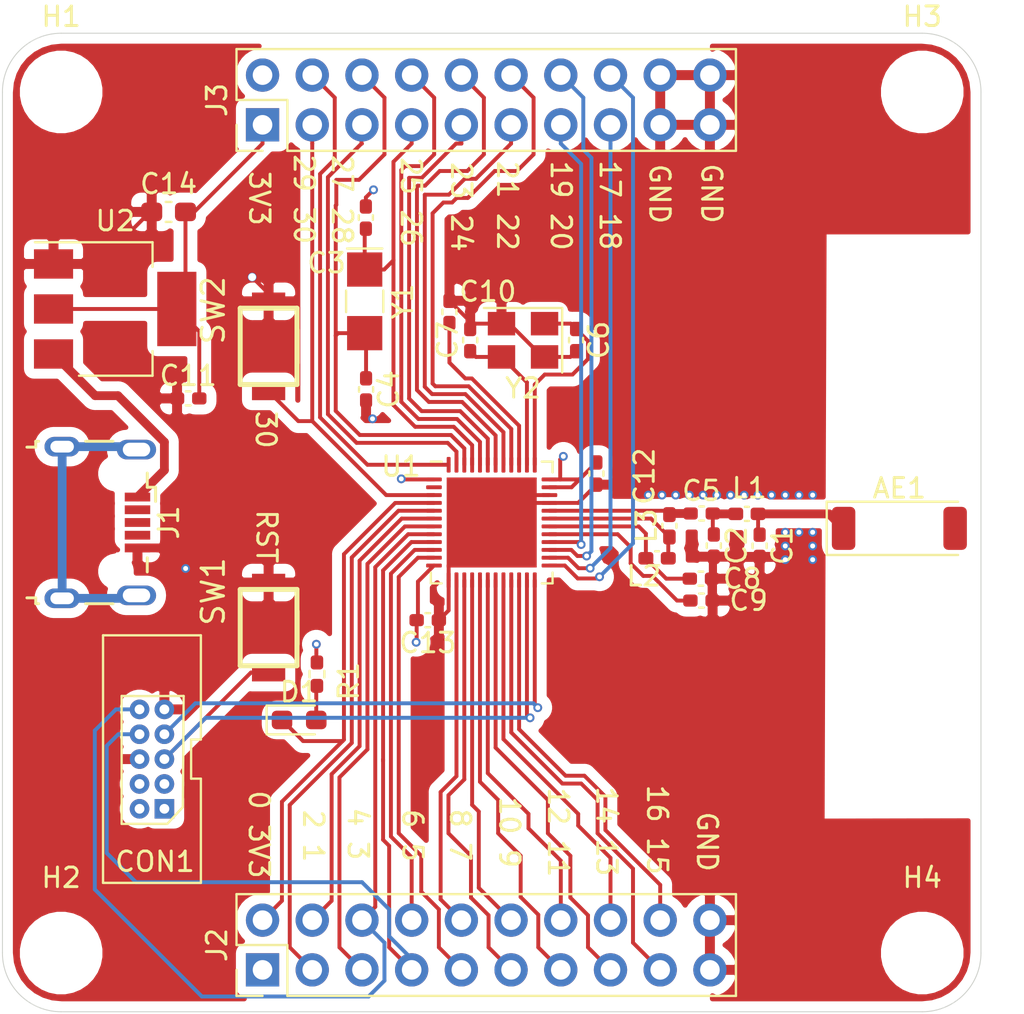
<source format=kicad_pcb>
(kicad_pcb (version 20171130) (host pcbnew "(5.1.10-1-10_14)")
  (layers (0 F.Cu signal) (1 GND signal) (2 PWR signal) (31 B.Cu signal) (34 B.Paste user) (35 F.Paste user) (36 B.SilkS user) (37 F.SilkS user) (38 B.Mask user) (39 F.Mask user) (44 Edge.Cuts user))
  (net 0 "")
  (net 1 GND)
  (net 2 "Net-(C2-Pad1)")
  (net 3 P0.26)
  (net 4 P0.27)
  (net 5 "Net-(C5-Pad2)")
  (net 6 "Net-(C6-Pad1)")
  (net 7 "Net-(C7-Pad1)")
  (net 8 VDD_PA)
  (net 9 "Net-(C9-Pad1)")
  (net 10 "Net-(C10-Pad1)")
  (net 11 +3V3)
  (net 12 "Net-(L2-Pad2)")
  (net 13 SWCLK)
  (net 14 SWDIO)
  (net 15 P0.5)
  (net 16 P0.4)
  (net 17 "Net-(AE1-Pad1)")
  (net 18 "Net-(J1-Pad1)")
  (net 19 "Net-(J1-Pad0)")
  (net 20 P0.1)
  (net 21 P0.16)
  (net 22 P0.15)
  (net 23 P0.14)
  (net 24 P0.13)
  (net 25 P0.12)
  (net 26 P0.11)
  (net 27 P0.10)
  (net 28 P0.9)
  (net 29 P0.8)
  (net 30 P0.7)
  (net 31 P0.6)
  (net 32 P0.3)
  (net 33 P0.2)
  (net 34 P0.0)
  (net 35 P0.29)
  (net 36 P0.28)
  (net 37 P0.25)
  (net 38 P0.24)
  (net 39 P0.23)
  (net 40 P0.22)
  (net 41 P0.21)
  (net 42 P0.20)
  (net 43 P0.19)
  (net 44 P0.18)
  (net 45 P0.17)
  (net 46 P0.30)
  (net 47 "Net-(D1-Pad2)")
  (module mybays_connector:turtlekey (layer F.Cu) (at 113.6 66 90)
    (fp_text reference SW2 (at 0 -2.830322 90) (layer F.SilkS) (effects (font (size 1.143 1.143) (thickness 0.1524)) (justify left)))
    (fp_text value SW_Push)
    (pad 1 smd rect (at -2.29997 0 90) (size 0.899998 1.699997) (layers F.Cu F.Paste F.Mask) (net 46 P0.30))
    (pad 2 smd rect (at 2.29997 0 90) (size 0.899998 1.699997) (layers F.Cu F.Paste F.Mask) (net 1 GND))
  )
  (module mybays_connector:turtlekey (layer F.Cu) (at 113.6 80.37 90)
    (fp_text reference SW1 (at 0 -2.830322 90) (layer F.SilkS) (effects (font (size 1.143 1.143) (thickness 0.1524)) (justify left)))
    (fp_text value SW_Push)
    (pad 1 smd rect (at -2.29997 0 90) (size 0.899998 1.699997) (layers F.Cu F.Paste F.Mask) (net 14 SWDIO))
    (pad 2 smd rect (at 2.29997 0 90) (size 0.899998 1.699997) (layers F.Cu F.Paste F.Mask) (net 1 GND))
  )
  (module MountingHole:MountingHole_3.2mm_M3_ISO7380 (layer F.Cu) (at 147 53)
    (fp_text reference H3 (at 0 -3.85) (layer F.SilkS))
    (fp_text value MountingHole)
    (pad 1 np_thru_hole circle (at 0 0) (size 3.2 3.2) (drill 3.2) (layers *.Cu *.Mask))
  )
  (module MountingHole:MountingHole_3.2mm_M3_ISO7380 (layer F.Cu) (at 147 97)
    (fp_text reference H4 (at 0 -3.85) (layer F.SilkS))
    (fp_text value MountingHole)
    (pad 1 np_thru_hole circle (at 0 0) (size 3.2 3.2) (drill 3.2) (layers *.Cu *.Mask))
  )
  (module MountingHole:MountingHole_3.2mm_M3_ISO7380 (layer F.Cu) (at 103 97)
    (fp_text reference H2 (at 0 -3.85) (layer F.SilkS))
    (fp_text value MountingHole)
    (pad 1 np_thru_hole circle (at 0 0) (size 3.2 3.2) (drill 3.2) (layers *.Cu *.Mask))
  )
  (module MountingHole:MountingHole_3.2mm_M3_ISO7380 (layer F.Cu) (at 103 53)
    (fp_text reference H1 (at 0 -3.85) (layer F.SilkS))
    (fp_text value MountingHole)
    (pad 1 np_thru_hole circle (at 0 0) (size 3.2 3.2) (drill 3.2) (layers *.Cu *.Mask))
  )
  (module Resistor_SMD:R_0402_1005Metric_Pad0.72x0.64mm_HandSolder (layer F.Cu) (at 116.07 82.75 90)
    (fp_text reference R1 (at -0.36 1.62 90) (layer F.SilkS))
    (fp_text value R_Small_US)
    (pad 2 smd roundrect (at 0.5975 0 90) (size 0.715 0.64) (layers F.Cu F.Paste F.Mask) (net 11 +3V3))
    (pad 1 smd roundrect (at -0.5975 0 90) (size 0.715 0.64) (layers F.Cu F.Paste F.Mask) (net 47 "Net-(D1-Pad2)"))
  )
  (module LED_SMD:LED_0603_1608Metric_Pad1.05x0.95mm_HandSolder (layer F.Cu) (at 115.16 85.09)
    (fp_text reference D1 (at 0 -1.43) (layer F.SilkS))
    (fp_text value LED)
    (pad 2 smd roundrect (at 0.875 0) (size 1.05 0.95) (layers F.Cu F.Paste F.Mask) (net 47 "Net-(D1-Pad2)"))
    (pad 1 smd roundrect (at -0.875 0) (size 1.05 0.95) (layers F.Cu F.Paste F.Mask) (net 34 P0.0))
  )
  (module Connector_PinHeader_2.54mm:PinHeader_2x10_P2.54mm_Vertical (layer F.Cu) (at 113.29 54.68 90)
    (fp_text reference J3 (at 1.27 -2.33 90) (layer F.SilkS))
    (fp_text value Conn_02x10_Odd_Even)
    (pad 20 thru_hole oval (at 2.54 22.86 90) (size 1.7 1.7) (drill 1) (layers *.Cu *.Mask) (net 1 GND))
    (pad 19 thru_hole oval (at 0 22.86 90) (size 1.7 1.7) (drill 1) (layers *.Cu *.Mask) (net 1 GND))
    (pad 18 thru_hole oval (at 2.54 20.32 90) (size 1.7 1.7) (drill 1) (layers *.Cu *.Mask) (net 1 GND))
    (pad 17 thru_hole oval (at 0 20.32 90) (size 1.7 1.7) (drill 1) (layers *.Cu *.Mask) (net 1 GND))
    (pad 16 thru_hole oval (at 2.54 17.78 90) (size 1.7 1.7) (drill 1) (layers *.Cu *.Mask) (net 45 P0.17))
    (pad 15 thru_hole oval (at 0 17.78 90) (size 1.7 1.7) (drill 1) (layers *.Cu *.Mask) (net 44 P0.18))
    (pad 14 thru_hole oval (at 2.54 15.24 90) (size 1.7 1.7) (drill 1) (layers *.Cu *.Mask) (net 43 P0.19))
    (pad 13 thru_hole oval (at 0 15.24 90) (size 1.7 1.7) (drill 1) (layers *.Cu *.Mask) (net 42 P0.20))
    (pad 12 thru_hole oval (at 2.54 12.7 90) (size 1.7 1.7) (drill 1) (layers *.Cu *.Mask) (net 41 P0.21))
    (pad 11 thru_hole oval (at 0 12.7 90) (size 1.7 1.7) (drill 1) (layers *.Cu *.Mask) (net 40 P0.22))
    (pad 10 thru_hole oval (at 2.54 10.16 90) (size 1.7 1.7) (drill 1) (layers *.Cu *.Mask) (net 39 P0.23))
    (pad 9 thru_hole oval (at 0 10.16 90) (size 1.7 1.7) (drill 1) (layers *.Cu *.Mask) (net 38 P0.24))
    (pad 8 thru_hole oval (at 2.54 7.62 90) (size 1.7 1.7) (drill 1) (layers *.Cu *.Mask) (net 37 P0.25))
    (pad 7 thru_hole oval (at 0 7.62 90) (size 1.7 1.7) (drill 1) (layers *.Cu *.Mask) (net 3 P0.26))
    (pad 6 thru_hole oval (at 2.54 5.08 90) (size 1.7 1.7) (drill 1) (layers *.Cu *.Mask) (net 4 P0.27))
    (pad 5 thru_hole oval (at 0 5.08 90) (size 1.7 1.7) (drill 1) (layers *.Cu *.Mask) (net 36 P0.28))
    (pad 4 thru_hole oval (at 2.54 2.54 90) (size 1.7 1.7) (drill 1) (layers *.Cu *.Mask) (net 35 P0.29))
    (pad 3 thru_hole oval (at 0 2.54 90) (size 1.7 1.7) (drill 1) (layers *.Cu *.Mask) (net 46 P0.30))
    (pad 2 thru_hole oval (at 2.54 0 90) (size 1.7 1.7) (drill 1) (layers *.Cu *.Mask) (net 11 +3V3))
    (pad 1 thru_hole rect (at 0 0 90) (size 1.7 1.7) (drill 1) (layers *.Cu *.Mask) (net 11 +3V3))
  )
  (module Connector_PinHeader_2.54mm:PinHeader_2x10_P2.54mm_Vertical (layer F.Cu) (at 113.29 97.86 90)
    (fp_text reference J2 (at 1.27 -2.33 90) (layer F.SilkS))
    (fp_text value Conn_02x10_Odd_Even)
    (pad 20 thru_hole oval (at 2.54 22.86 90) (size 1.7 1.7) (drill 1) (layers *.Cu *.Mask) (net 1 GND))
    (pad 19 thru_hole oval (at 0 22.86 90) (size 1.7 1.7) (drill 1) (layers *.Cu *.Mask) (net 1 GND))
    (pad 18 thru_hole oval (at 2.54 20.32 90) (size 1.7 1.7) (drill 1) (layers *.Cu *.Mask) (net 21 P0.16))
    (pad 17 thru_hole oval (at 0 20.32 90) (size 1.7 1.7) (drill 1) (layers *.Cu *.Mask) (net 22 P0.15))
    (pad 16 thru_hole oval (at 2.54 17.78 90) (size 1.7 1.7) (drill 1) (layers *.Cu *.Mask) (net 23 P0.14))
    (pad 15 thru_hole oval (at 0 17.78 90) (size 1.7 1.7) (drill 1) (layers *.Cu *.Mask) (net 24 P0.13))
    (pad 14 thru_hole oval (at 2.54 15.24 90) (size 1.7 1.7) (drill 1) (layers *.Cu *.Mask) (net 25 P0.12))
    (pad 13 thru_hole oval (at 0 15.24 90) (size 1.7 1.7) (drill 1) (layers *.Cu *.Mask) (net 26 P0.11))
    (pad 12 thru_hole oval (at 2.54 12.7 90) (size 1.7 1.7) (drill 1) (layers *.Cu *.Mask) (net 27 P0.10))
    (pad 11 thru_hole oval (at 0 12.7 90) (size 1.7 1.7) (drill 1) (layers *.Cu *.Mask) (net 28 P0.9))
    (pad 10 thru_hole oval (at 2.54 10.16 90) (size 1.7 1.7) (drill 1) (layers *.Cu *.Mask) (net 29 P0.8))
    (pad 9 thru_hole oval (at 0 10.16 90) (size 1.7 1.7) (drill 1) (layers *.Cu *.Mask) (net 30 P0.7))
    (pad 8 thru_hole oval (at 2.54 7.62 90) (size 1.7 1.7) (drill 1) (layers *.Cu *.Mask) (net 31 P0.6))
    (pad 7 thru_hole oval (at 0 7.62 90) (size 1.7 1.7) (drill 1) (layers *.Cu *.Mask) (net 15 P0.5))
    (pad 6 thru_hole oval (at 2.54 5.08 90) (size 1.7 1.7) (drill 1) (layers *.Cu *.Mask) (net 16 P0.4))
    (pad 5 thru_hole oval (at 0 5.08 90) (size 1.7 1.7) (drill 1) (layers *.Cu *.Mask) (net 32 P0.3))
    (pad 4 thru_hole oval (at 2.54 2.54 90) (size 1.7 1.7) (drill 1) (layers *.Cu *.Mask) (net 33 P0.2))
    (pad 3 thru_hole oval (at 0 2.54 90) (size 1.7 1.7) (drill 1) (layers *.Cu *.Mask) (net 20 P0.1))
    (pad 2 thru_hole oval (at 2.54 0 90) (size 1.7 1.7) (drill 1) (layers *.Cu *.Mask) (net 34 P0.0))
    (pad 1 thru_hole rect (at 0 0 90) (size 1.7 1.7) (drill 1) (layers *.Cu *.Mask) (net 11 +3V3))
  )
  (module Crystal:Crystal_SMD_3225-4Pin_3.2x2.5mm (layer F.Cu) (at 126.6 65.69 180)
    (fp_text reference Y2 (at 0 -2.45) (layer F.SilkS))
    (fp_text value 16MHz)
    (pad 4 smd rect (at -1.1 -0.85 180) (size 1.4 1.2) (layers F.Cu F.Paste F.Mask) (net 1 GND))
    (pad 3 smd rect (at 1.1 -0.85 180) (size 1.4 1.2) (layers F.Cu F.Paste F.Mask) (net 7 "Net-(C7-Pad1)"))
    (pad 2 smd rect (at 1.1 0.85 180) (size 1.4 1.2) (layers F.Cu F.Paste F.Mask) (net 1 GND))
    (pad 1 smd rect (at -1.1 0.85 180) (size 1.4 1.2) (layers F.Cu F.Paste F.Mask) (net 6 "Net-(C6-Pad1)"))
  )
  (module Crystal:Crystal_SMD_G8-2Pin_3.2x1.5mm_HandSoldering (layer F.Cu) (at 118.51 63.7 270)
    (fp_text reference Y1 (at 0 -1.95 90) (layer F.SilkS))
    (fp_text value 32.768)
    (pad 2 smd rect (at 1.625 0 270) (size 1.75 1.8) (layers F.Cu F.Paste F.Mask) (net 4 P0.27))
    (pad 1 smd rect (at -1.625 0 270) (size 1.75 1.8) (layers F.Cu F.Paste F.Mask) (net 3 P0.26))
  )
  (module mybays_connector:USB_Micro-B_Wuerth_629105150521_CircularHoles (layer F.Cu) (at 105 75 270)
    (fp_text reference J1 (at 0 -3.5 90) (layer F.SilkS))
    (fp_text value microusb)
    (pad "" np_thru_hole circle (at 2.5 -0.8 270) (size 0.8 0.8) (drill 0.8) (layers *.Cu *.Mask))
    (pad "" np_thru_hole circle (at -2.5 -0.8 270) (size 0.8 0.8) (drill 0.8) (layers *.Cu *.Mask))
    (pad 0 thru_hole oval (at 3.875 1.95 270) (size 1 1.8) (drill oval 0.6 1.2) (layers *.Cu *.Mask) (net 19 "Net-(J1-Pad0)"))
    (pad 0 thru_hole oval (at -3.875 1.95 270) (size 1 1.8) (drill oval 0.6 1.2) (layers *.Cu *.Mask) (net 19 "Net-(J1-Pad0)"))
    (pad 0 thru_hole oval (at 3.725 -1.85 270) (size 1 2) (drill oval 0.7 1.4) (layers *.Cu *.Mask) (net 19 "Net-(J1-Pad0)"))
    (pad 0 thru_hole oval (at -3.725 -1.85 270) (size 1 2) (drill oval 0.7 1.4) (layers *.Cu *.Mask) (net 19 "Net-(J1-Pad0)"))
    (pad 5 smd rect (at 1.3 -1.9 270) (size 0.45 1.3) (layers F.Cu F.Paste F.Mask) (net 1 GND))
    (pad 4 smd rect (at 0.65 -1.9 270) (size 0.45 1.3) (layers F.Cu F.Paste F.Mask))
    (pad 3 smd rect (at 0 -1.9 270) (size 0.45 1.3) (layers F.Cu F.Paste F.Mask))
    (pad 2 smd rect (at -0.65 -1.9 270) (size 0.45 1.3) (layers F.Cu F.Paste F.Mask))
    (pad 1 smd rect (at -1.3 -1.9 270) (size 0.45 1.3) (layers F.Cu F.Paste F.Mask) (net 18 "Net-(J1-Pad1)"))
  )
  (module Package_TO_SOT_SMD:SOT-223-3_TabPin2 (layer F.Cu) (at 105.76 64.09)
    (fp_text reference U2 (at 0 -4.5) (layer F.SilkS))
    (fp_text value LM1117-3.3)
    (pad 1 smd rect (at -3.15 -2.3) (size 2 1.5) (layers F.Cu F.Paste F.Mask) (net 1 GND))
    (pad 3 smd rect (at -3.15 2.3) (size 2 1.5) (layers F.Cu F.Paste F.Mask) (net 18 "Net-(J1-Pad1)"))
    (pad 2 smd rect (at -3.15 0) (size 2 1.5) (layers F.Cu F.Paste F.Mask) (net 11 +3V3))
    (pad 2 smd rect (at 3.15 0) (size 2 3.8) (layers F.Cu F.Paste F.Mask) (net 11 +3V3))
  )
  (module mybays_connector:debugger_2x05_P1.27mm_Vertical (layer F.Cu) (at 107.64 87.09 180)
    (fp_text reference CON1 (at -0.15 -5.24) (layer F.SilkS))
    (fp_text value CORTEX-DEBUGGER)
    (pad 9 thru_hole oval (at -0.635 2.54 180) (size 1 1) (drill 0.5) (layers *.Cu *.Mask) (net 1 GND))
    (pad 10 thru_hole oval (at 0.635 2.54 180) (size 1 1) (drill 0.5) (layers *.Cu *.Mask) (net 16 P0.4))
    (pad 7 thru_hole oval (at -0.635 1.27 180) (size 1 1) (drill 0.5) (layers *.Cu *.Mask) (net 13 SWCLK))
    (pad 8 thru_hole oval (at 0.635 1.27 180) (size 1 1) (drill 0.5) (layers *.Cu *.Mask) (net 15 P0.5))
    (pad 5 thru_hole oval (at -0.635 0 180) (size 1 1) (drill 0.5) (layers *.Cu *.Mask) (net 14 SWDIO))
    (pad 6 thru_hole oval (at 0.635 0 180) (size 1 1) (drill 0.5) (layers *.Cu *.Mask) (net 1 GND))
    (pad 3 thru_hole oval (at -0.635 -1.27 180) (size 1 1) (drill 0.5) (layers *.Cu *.Mask) (net 11 +3V3))
    (pad 4 thru_hole oval (at 0.635 -1.27 180) (size 1 1) (drill 0.5) (layers *.Cu *.Mask))
    (pad 2 thru_hole oval (at 0.635 -2.54 180) (size 1 1) (drill 0.5) (layers *.Cu *.Mask))
    (pad 1 thru_hole rect (at -0.635 -2.54 180) (size 1 1) (drill 0.5) (layers *.Cu *.Mask))
  )
  (module RF_Antenna:Johanson_2450AT43F0100 (layer F.Cu) (at 145.83 75.3)
    (fp_text reference AE1 (at 0 -2.05) (layer F.SilkS))
    (fp_text value Antenna)
    (pad 2 smd roundrect (at 2.85 0) (size 1.2 2.2) (layers F.Cu F.Paste F.Mask) (roundrect_rratio 0.2083325))
    (pad 1 smd roundrect (at -2.85 0) (size 1.2 2.2) (layers F.Cu F.Paste F.Mask) (roundrect_rratio 0.2083325) (net 17 "Net-(AE1-Pad1)"))
  )
  (module Inductor_SMD:L_0402_1005Metric_Pad0.77x0.64mm_HandSolder (layer F.Cu) (at 134.08 75.17 90)
    (fp_text reference L3 (at 0 -1.17 90) (layer F.SilkS))
    (fp_text value 4.7nH)
    (pad 2 smd roundrect (at 0.5725 0 90) (size 0.765 0.64) (layers F.Cu F.Paste F.Mask) (net 5 "Net-(C5-Pad2)"))
    (pad 1 smd roundrect (at -0.5725 0 90) (size 0.765 0.64) (layers F.Cu F.Paste F.Mask) (net 12 "Net-(L2-Pad2)"))
  )
  (module Inductor_SMD:L_0402_1005Metric_Pad0.77x0.64mm_HandSolder (layer F.Cu) (at 133.45 76.83)
    (fp_text reference L2 (at -0.68 0.91) (layer F.SilkS))
    (fp_text value 10nH)
    (pad 2 smd roundrect (at 0.5725 0) (size 0.765 0.64) (layers F.Cu F.Paste F.Mask) (net 12 "Net-(L2-Pad2)"))
    (pad 1 smd roundrect (at -0.5725 0) (size 0.765 0.64) (layers F.Cu F.Paste F.Mask) (net 8 VDD_PA))
  )
  (module Inductor_SMD:L_0402_1005Metric_Pad0.77x0.64mm_HandSolder (layer F.Cu) (at 138.04 74.56 180)
    (fp_text reference L1 (at -0.12 1.32) (layer F.SilkS))
    (fp_text value 3.3nH)
    (pad 2 smd roundrect (at 0.5725 0 180) (size 0.765 0.64) (layers F.Cu F.Paste F.Mask) (net 2 "Net-(C2-Pad1)"))
    (pad 1 smd roundrect (at -0.5725 0 180) (size 0.765 0.64) (layers F.Cu F.Paste F.Mask) (net 17 "Net-(AE1-Pad1)"))
  )
  (module Capacitor_SMD:C_0603_1608Metric_Pad1.08x0.95mm_HandSolder (layer F.Cu) (at 108.49 59.13)
    (fp_text reference C14 (at 0 -1.43) (layer F.SilkS))
    (fp_text value 1u)
    (pad 2 smd roundrect (at 0.8625 0) (size 1.075 0.95) (layers F.Cu F.Paste F.Mask) (net 11 +3V3))
    (pad 1 smd roundrect (at -0.8625 0) (size 1.075 0.95) (layers F.Cu F.Paste F.Mask) (net 1 GND))
  )
  (module Capacitor_SMD:C_0402_1005Metric_Pad0.74x0.62mm_HandSolder (layer F.Cu) (at 121.7325 79.99 180)
    (fp_text reference C13 (at 0 -1.16) (layer F.SilkS))
    (fp_text value 1n)
    (pad 2 smd roundrect (at 0.5675 0 180) (size 0.735 0.62) (layers F.Cu F.Paste F.Mask) (net 11 +3V3))
    (pad 1 smd roundrect (at -0.5675 0 180) (size 0.735 0.62) (layers F.Cu F.Paste F.Mask) (net 1 GND))
  )
  (module Capacitor_SMD:C_0402_1005Metric_Pad0.74x0.62mm_HandSolder (layer F.Cu) (at 130.35 72.5 90)
    (fp_text reference C12 (at -0.14 2.45 90) (layer F.SilkS))
    (fp_text value 100n)
    (pad 2 smd roundrect (at 0.5675 0 90) (size 0.735 0.62) (layers F.Cu F.Paste F.Mask) (net 11 +3V3))
    (pad 1 smd roundrect (at -0.5675 0 90) (size 0.735 0.62) (layers F.Cu F.Paste F.Mask) (net 1 GND))
  )
  (module Capacitor_SMD:C_0402_1005Metric_Pad0.74x0.62mm_HandSolder (layer F.Cu) (at 109.49 68.66)
    (fp_text reference C11 (at 0 -1.16) (layer F.SilkS))
    (fp_text value 100n)
    (pad 2 smd roundrect (at 0.5675 0) (size 0.735 0.62) (layers F.Cu F.Paste F.Mask) (net 11 +3V3))
    (pad 1 smd roundrect (at -0.5675 0) (size 0.735 0.62) (layers F.Cu F.Paste F.Mask) (net 1 GND))
  )
  (module Capacitor_SMD:C_0402_1005Metric_Pad0.74x0.62mm_HandSolder (layer F.Cu) (at 122.84 64.24 90)
    (fp_text reference C10 (at 1.04 1.96 180) (layer F.SilkS))
    (fp_text value 100n)
    (pad 2 smd roundrect (at 0.5675 0 90) (size 0.735 0.62) (layers F.Cu F.Paste F.Mask) (net 1 GND))
    (pad 1 smd roundrect (at -0.5675 0 90) (size 0.735 0.62) (layers F.Cu F.Paste F.Mask) (net 10 "Net-(C10-Pad1)"))
  )
  (module Capacitor_SMD:C_0402_1005Metric_Pad0.74x0.62mm_HandSolder (layer F.Cu) (at 135.72 78.99)
    (fp_text reference C9 (at 2.41 0) (layer F.SilkS))
    (fp_text value 47n)
    (pad 2 smd roundrect (at 0.5675 0) (size 0.735 0.62) (layers F.Cu F.Paste F.Mask) (net 1 GND))
    (pad 1 smd roundrect (at -0.5675 0) (size 0.735 0.62) (layers F.Cu F.Paste F.Mask) (net 9 "Net-(C9-Pad1)"))
  )
  (module Capacitor_SMD:C_0402_1005Metric_Pad0.74x0.62mm_HandSolder (layer F.Cu) (at 135.69 77.87)
    (fp_text reference C8 (at 2.11 0) (layer F.SilkS))
    (fp_text value 2.2n)
    (pad 2 smd roundrect (at 0.5675 0) (size 0.735 0.62) (layers F.Cu F.Paste F.Mask) (net 1 GND))
    (pad 1 smd roundrect (at -0.5675 0) (size 0.735 0.62) (layers F.Cu F.Paste F.Mask) (net 8 VDD_PA))
  )
  (module Capacitor_SMD:C_0402_1005Metric_Pad0.74x0.62mm_HandSolder (layer F.Cu) (at 123.9 65.68 90)
    (fp_text reference C7 (at 0 -1.16 90) (layer F.SilkS))
    (fp_text value 12p)
    (pad 2 smd roundrect (at 0.5675 0 90) (size 0.735 0.62) (layers F.Cu F.Paste F.Mask) (net 1 GND))
    (pad 1 smd roundrect (at -0.5675 0 90) (size 0.735 0.62) (layers F.Cu F.Paste F.Mask) (net 7 "Net-(C7-Pad1)"))
  )
  (module Capacitor_SMD:C_0402_1005Metric_Pad0.74x0.62mm_HandSolder (layer F.Cu) (at 129.31 65.68 270)
    (fp_text reference C6 (at 0 -1.16 90) (layer F.SilkS))
    (fp_text value 12p)
    (pad 2 smd roundrect (at 0.5675 0 270) (size 0.735 0.62) (layers F.Cu F.Paste F.Mask) (net 1 GND))
    (pad 1 smd roundrect (at -0.5675 0 270) (size 0.735 0.62) (layers F.Cu F.Paste F.Mask) (net 6 "Net-(C6-Pad1)"))
  )
  (module Capacitor_SMD:C_0402_1005Metric_Pad0.74x0.62mm_HandSolder (layer F.Cu) (at 135.73 74.54 180)
    (fp_text reference C5 (at 0.02 1.16) (layer F.SilkS))
    (fp_text value 2.2p)
    (pad 2 smd roundrect (at 0.5675 0 180) (size 0.735 0.62) (layers F.Cu F.Paste F.Mask) (net 5 "Net-(C5-Pad2)"))
    (pad 1 smd roundrect (at -0.5675 0 180) (size 0.735 0.62) (layers F.Cu F.Paste F.Mask) (net 2 "Net-(C2-Pad1)"))
  )
  (module Capacitor_SMD:C_0402_1005Metric_Pad0.74x0.62mm_HandSolder (layer F.Cu) (at 118.58 68.2 270)
    (fp_text reference C4 (at 0 -1.16 90) (layer F.SilkS))
    (fp_text value 12pf)
    (pad 2 smd roundrect (at 0.5675 0 270) (size 0.735 0.62) (layers F.Cu F.Paste F.Mask) (net 1 GND))
    (pad 1 smd roundrect (at -0.5675 0 270) (size 0.735 0.62) (layers F.Cu F.Paste F.Mask) (net 4 P0.27))
  )
  (module Capacitor_SMD:C_0402_1005Metric_Pad0.74x0.62mm_HandSolder (layer F.Cu) (at 118.57 59.42 90)
    (fp_text reference C3 (at -2.32 -2.01 180) (layer F.SilkS))
    (fp_text value 12pf)
    (pad 2 smd roundrect (at 0.5675 0 90) (size 0.735 0.62) (layers F.Cu F.Paste F.Mask) (net 1 GND))
    (pad 1 smd roundrect (at -0.5675 0 90) (size 0.735 0.62) (layers F.Cu F.Paste F.Mask) (net 3 P0.26))
  )
  (module Capacitor_SMD:C_0402_1005Metric_Pad0.74x0.62mm_HandSolder (layer F.Cu) (at 136.35 76.18 270)
    (fp_text reference C2 (at 0 -1.16 90) (layer F.SilkS))
    (fp_text value 1.0p)
    (pad 2 smd roundrect (at 0.5675 0 270) (size 0.735 0.62) (layers F.Cu F.Paste F.Mask) (net 1 GND))
    (pad 1 smd roundrect (at -0.5675 0 270) (size 0.735 0.62) (layers F.Cu F.Paste F.Mask) (net 2 "Net-(C2-Pad1)"))
  )
  (module Capacitor_SMD:C_0402_1005Metric_Pad0.74x0.62mm_HandSolder (layer F.Cu) (at 138.69 76.19 270)
    (fp_text reference C1 (at 0 -1.16 90) (layer F.SilkS))
    (fp_text value 1.5p)
    (pad 2 smd roundrect (at 0.5675 0 270) (size 0.735 0.62) (layers F.Cu F.Paste F.Mask) (net 1 GND))
    (pad 1 smd roundrect (at -0.5675 0 270) (size 0.735 0.62) (layers F.Cu F.Paste F.Mask) (net 17 "Net-(AE1-Pad1)"))
  )
  (module Package_DFN_QFN:QFN-48-1EP_6x6mm_P0.4mm_EP4.6x4.6mm (layer F.Cu) (at 125 75)
    (fp_text reference U1 (at -4.636 -2.864) (layer F.SilkS))
    (fp_text value nRF51x22-QFxx)
    (pad 49 smd rect (at 0 0) (size 4.6 4.6) (layers F.Cu F.Mask) (net 1 GND))
    (pad 48 smd roundrect (at -2.2 -2.95) (size 0.2 0.8) (layers F.Cu F.Paste F.Mask) (net 35 P0.29))
    (pad 47 smd roundrect (at -1.8 -2.95) (size 0.2 0.8) (layers F.Cu F.Paste F.Mask) (net 36 P0.28))
    (pad 46 smd roundrect (at -1.4 -2.95) (size 0.2 0.8) (layers F.Cu F.Paste F.Mask) (net 4 P0.27))
    (pad 45 smd roundrect (at -1 -2.95) (size 0.2 0.8) (layers F.Cu F.Paste F.Mask) (net 3 P0.26))
    (pad 44 smd roundrect (at -0.6 -2.95) (size 0.2 0.8) (layers F.Cu F.Paste F.Mask) (net 37 P0.25))
    (pad 43 smd roundrect (at -0.2 -2.95) (size 0.2 0.8) (layers F.Cu F.Paste F.Mask) (net 38 P0.24))
    (pad 42 smd roundrect (at 0.2 -2.95) (size 0.2 0.8) (layers F.Cu F.Paste F.Mask) (net 39 P0.23))
    (pad 41 smd roundrect (at 0.6 -2.95) (size 0.2 0.8) (layers F.Cu F.Paste F.Mask) (net 40 P0.22))
    (pad 40 smd roundrect (at 1 -2.95) (size 0.2 0.8) (layers F.Cu F.Paste F.Mask) (net 41 P0.21))
    (pad 39 smd roundrect (at 1.4 -2.95) (size 0.2 0.8) (layers F.Cu F.Paste F.Mask) (net 10 "Net-(C10-Pad1)"))
    (pad 38 smd roundrect (at 1.8 -2.95) (size 0.2 0.8) (layers F.Cu F.Paste F.Mask) (net 7 "Net-(C7-Pad1)"))
    (pad 37 smd roundrect (at 2.2 -2.95) (size 0.2 0.8) (layers F.Cu F.Paste F.Mask) (net 6 "Net-(C6-Pad1)"))
    (pad 36 smd roundrect (at 2.95 -2.2) (size 0.8 0.2) (layers F.Cu F.Paste F.Mask) (net 11 +3V3))
    (pad 35 smd roundrect (at 2.95 -1.8) (size 0.8 0.2) (layers F.Cu F.Paste F.Mask) (net 11 +3V3))
    (pad 34 smd roundrect (at 2.95 -1.4) (size 0.8 0.2) (layers F.Cu F.Paste F.Mask) (net 1 GND))
    (pad 33 smd roundrect (at 2.95 -1) (size 0.8 0.2) (layers F.Cu F.Paste F.Mask) (net 1 GND))
    (pad 32 smd roundrect (at 2.95 -0.6) (size 0.8 0.2) (layers F.Cu F.Paste F.Mask) (net 5 "Net-(C5-Pad2)"))
    (pad 31 smd roundrect (at 2.95 -0.2) (size 0.8 0.2) (layers F.Cu F.Paste F.Mask) (net 12 "Net-(L2-Pad2)"))
    (pad 30 smd roundrect (at 2.95 0.2) (size 0.8 0.2) (layers F.Cu F.Paste F.Mask) (net 8 VDD_PA))
    (pad 29 smd roundrect (at 2.95 0.6) (size 0.8 0.2) (layers F.Cu F.Paste F.Mask) (net 9 "Net-(C9-Pad1)"))
    (pad 28 smd roundrect (at 2.95 1) (size 0.8 0.2) (layers F.Cu F.Paste F.Mask) (net 42 P0.20))
    (pad 27 smd roundrect (at 2.95 1.4) (size 0.8 0.2) (layers F.Cu F.Paste F.Mask) (net 43 P0.19))
    (pad 26 smd roundrect (at 2.95 1.8) (size 0.8 0.2) (layers F.Cu F.Paste F.Mask) (net 44 P0.18))
    (pad 25 smd roundrect (at 2.95 2.2) (size 0.8 0.2) (layers F.Cu F.Paste F.Mask) (net 45 P0.17))
    (pad 24 smd roundrect (at 2.2 2.95) (size 0.2 0.8) (layers F.Cu F.Paste F.Mask) (net 13 SWCLK))
    (pad 23 smd roundrect (at 1.8 2.95) (size 0.2 0.8) (layers F.Cu F.Paste F.Mask) (net 14 SWDIO))
    (pad 22 smd roundrect (at 1.4 2.95) (size 0.2 0.8) (layers F.Cu F.Paste F.Mask) (net 21 P0.16))
    (pad 21 smd roundrect (at 1 2.95) (size 0.2 0.8) (layers F.Cu F.Paste F.Mask) (net 22 P0.15))
    (pad 20 smd roundrect (at 0.6 2.95) (size 0.2 0.8) (layers F.Cu F.Paste F.Mask) (net 23 P0.14))
    (pad 19 smd roundrect (at 0.2 2.95) (size 0.2 0.8) (layers F.Cu F.Paste F.Mask) (net 24 P0.13))
    (pad 18 smd roundrect (at -0.2 2.95) (size 0.2 0.8) (layers F.Cu F.Paste F.Mask) (net 25 P0.12))
    (pad 17 smd roundrect (at -0.6 2.95) (size 0.2 0.8) (layers F.Cu F.Paste F.Mask) (net 26 P0.11))
    (pad 16 smd roundrect (at -1 2.95) (size 0.2 0.8) (layers F.Cu F.Paste F.Mask) (net 27 P0.10))
    (pad 15 smd roundrect (at -1.4 2.95) (size 0.2 0.8) (layers F.Cu F.Paste F.Mask) (net 28 P0.9))
    (pad 14 smd roundrect (at -1.8 2.95) (size 0.2 0.8) (layers F.Cu F.Paste F.Mask) (net 29 P0.8))
    (pad 13 smd roundrect (at -2.2 2.95) (size 0.2 0.8) (layers F.Cu F.Paste F.Mask) (net 1 GND))
    (pad 12 smd roundrect (at -2.95 2.2) (size 0.8 0.2) (layers F.Cu F.Paste F.Mask) (net 11 +3V3))
    (pad 11 smd roundrect (at -2.95 1.8) (size 0.8 0.2) (layers F.Cu F.Paste F.Mask) (net 30 P0.7))
    (pad 10 smd roundrect (at -2.95 1.4) (size 0.8 0.2) (layers F.Cu F.Paste F.Mask) (net 31 P0.6))
    (pad 9 smd roundrect (at -2.95 1) (size 0.8 0.2) (layers F.Cu F.Paste F.Mask) (net 15 P0.5))
    (pad 8 smd roundrect (at -2.95 0.6) (size 0.8 0.2) (layers F.Cu F.Paste F.Mask) (net 16 P0.4))
    (pad 7 smd roundrect (at -2.95 0.2) (size 0.8 0.2) (layers F.Cu F.Paste F.Mask) (net 32 P0.3))
    (pad 6 smd roundrect (at -2.95 -0.2) (size 0.8 0.2) (layers F.Cu F.Paste F.Mask) (net 33 P0.2))
    (pad 5 smd roundrect (at -2.95 -0.6) (size 0.8 0.2) (layers F.Cu F.Paste F.Mask) (net 20 P0.1))
    (pad 4 smd roundrect (at -2.95 -1) (size 0.8 0.2) (layers F.Cu F.Paste F.Mask) (net 34 P0.0))
    (pad 3 smd roundrect (at -2.95 -1.4) (size 0.8 0.2) (layers F.Cu F.Paste F.Mask) (net 46 P0.30))
    (pad 2 smd roundrect (at -2.95 -1.8) (size 0.8 0.2) (layers F.Cu F.Paste F.Mask))
    (pad 1 smd roundrect (at -2.95 -2.2) (size 0.8 0.2) (layers F.Cu F.Paste F.Mask) (net 11 +3V3))
  )
  (gr_text RST (at 113.5 75.71 270) (layer F.SilkS) (effects (font (size 1 1))))
  (gr_text 30 (at 113.46 70.26 270) (layer F.SilkS) (effects (font (size 1 1))))
  (gr_text "0 3V3" (at 113.11 90.94 270) (layer F.SilkS) (effects (font (size 1 1))))
  (gr_text "2 1" (at 115.89 91.02 270) (layer F.SilkS) (effects (font (size 1 1))))
  (gr_text "4 3" (at 118.17 90.91 270) (layer F.SilkS) (effects (font (size 1 1))))
  (gr_text "6 5" (at 120.96 90.99 270) (layer F.SilkS) (effects (font (size 1 1))))
  (gr_text "8 7" (at 123.39 90.97 270) (layer F.SilkS) (effects (font (size 1 1))))
  (gr_text "10 9" (at 125.91 90.83 270) (layer F.SilkS) (effects (font (size 1 1))))
  (gr_text "12 11" (at 128.4 90.83 270) (layer F.SilkS) (effects (font (size 1 1))))
  (gr_text "14 13" (at 130.87 90.78 270) (layer F.SilkS) (effects (font (size 1 1))))
  (gr_text "16 15" (at 133.46 90.7 270) (layer F.SilkS) (effects (font (size 1 1))))
  (gr_text GND (at 136.01 91.31 270) (layer F.SilkS) (effects (font (size 1 1))))
  (gr_text 3V3 (at 113.13 58.44 270) (layer F.SilkS) (effects (font (size 1 1))))
  (gr_text "29 30" (at 115.41 58.48 270) (layer F.SilkS) (effects (font (size 1 1))))
  (gr_text "27 28" (at 117.36 58.51 270) (layer F.SilkS) (effects (font (size 1 1))))
  (gr_text "25 26" (at 120.88 58.63 270) (layer F.SilkS) (effects (font (size 1 1))))
  (gr_text "23 24" (at 123.45 58.87 270) (layer F.SilkS) (effects (font (size 1 1))))
  (gr_text "21 22" (at 125.8 58.81 270) (layer F.SilkS) (effects (font (size 1 1))))
  (gr_text "19 20" (at 128.54 58.81 270) (layer F.SilkS) (effects (font (size 1 1))))
  (gr_text "17 18" (at 131.04 58.79 270) (layer F.SilkS) (effects (font (size 1 1))))
  (gr_text GND (at 133.58 58.21 270) (layer F.SilkS) (effects (font (size 1 1))))
  (gr_text GND (at 136.23 58.19 270) (layer F.SilkS) (effects (font (size 1 1))))
  (gr_arc (start 103 97) (end 100 97) (angle -90) (layer Edge.Cuts) (width 0.05))
  (gr_arc (start 147 97) (end 147 100) (angle -90) (layer Edge.Cuts) (width 0.05))
  (gr_arc (start 147 53) (end 150 53) (angle -90) (layer Edge.Cuts) (width 0.05))
  (gr_arc (start 103 53) (end 103 50) (angle -90) (layer Edge.Cuts) (width 0.05))
  (gr_line (start 100 97) (end 100 53) (layer Edge.Cuts) (width 0.05))
  (gr_line (start 147 100) (end 103 100) (layer Edge.Cuts) (width 0.05))
  (gr_line (start 150 53) (end 150 97) (layer Edge.Cuts) (width 0.05))
  (gr_line (start 103 50) (end 147 50) (layer Edge.Cuts) (width 0.05))
  (segment (start 122.8 77.2) (end 125 75) (width 0.2) (layer F.Cu) (net 1))
  (segment (start 122.8 77.95) (end 122.8 77.2) (width 0.2) (layer F.Cu) (net 1))
  (segment (start 124.1725 64.84) (end 123.9 65.1125) (width 0.2) (layer F.Cu) (net 1))
  (segment (start 125.5 64.84) (end 124.1725 64.84) (width 0.2) (layer F.Cu) (net 1))
  (segment (start 123.9 64.7325) (end 122.84 63.6725) (width 0.2) (layer F.Cu) (net 1))
  (segment (start 123.9 65.1125) (end 123.9 64.7325) (width 0.2) (layer F.Cu) (net 1))
  (segment (start 129.0175 66.54) (end 129.31 66.2475) (width 0.2) (layer F.Cu) (net 1))
  (segment (start 127.7 66.54) (end 129.0175 66.54) (width 0.2) (layer F.Cu) (net 1))
  (segment (start 136.35 77.7775) (end 136.2575 77.87) (width 0.2) (layer F.Cu) (net 1))
  (segment (start 136.35 76.7475) (end 136.35 77.7775) (width 0.2) (layer F.Cu) (net 1))
  (segment (start 138.68 76.7475) (end 138.69 76.7575) (width 0.2) (layer F.Cu) (net 1))
  (segment (start 136.35 76.7475) (end 138.68 76.7475) (width 0.2) (layer F.Cu) (net 1))
  (segment (start 136.2875 77.9) (end 136.2575 77.87) (width 0.2) (layer F.Cu) (net 1))
  (segment (start 136.2875 78.99) (end 136.2875 77.9) (width 0.2) (layer F.Cu) (net 1))
  (segment (start 125.9 64.84) (end 125.5 64.84) (width 0.2) (layer F.Cu) (net 1))
  (segment (start 127.6 66.54) (end 125.9 64.84) (width 0.2) (layer F.Cu) (net 1))
  (segment (start 127.7 66.54) (end 127.6 66.54) (width 0.2) (layer F.Cu) (net 1))
  (segment (start 126 74) (end 125 75) (width 0.2) (layer F.Cu) (net 1))
  (segment (start 127.95 74) (end 126 74) (width 0.2) (layer F.Cu) (net 1))
  (segment (start 126.4 73.6) (end 125 75) (width 0.2) (layer F.Cu) (net 1))
  (segment (start 127.95 73.6) (end 126.4 73.6) (width 0.2) (layer F.Cu) (net 1))
  (segment (start 129.4175 74) (end 130.35 73.0675) (width 0.2) (layer F.Cu) (net 1))
  (segment (start 127.95 74) (end 129.4175 74) (width 0.2) (layer F.Cu) (net 1))
  (segment (start 122.8 79.49) (end 122.3 79.99) (width 0.2) (layer F.Cu) (net 1))
  (segment (start 122.8 77.95) (end 122.8 79.49) (width 0.2) (layer F.Cu) (net 1))
  (segment (start 107.6275 59.13) (end 107.6275 59.0475) (width 0.2) (layer F.Cu) (net 1))
  (segment (start 104.885 61.79) (end 102.61 61.79) (width 0.2) (layer F.Cu) (net 1))
  (segment (start 107.6275 59.0475) (end 104.885 61.79) (width 0.2) (layer F.Cu) (net 1))
  (via (at 118.91 69.7) (size 0.45) (drill 0.25) (layers F.Cu B.Cu) (net 1))
  (segment (start 118.58 69.37) (end 118.91 69.7) (width 0.2) (layer F.Cu) (net 1))
  (segment (start 118.58 68.7675) (end 118.58 69.37) (width 0.2) (layer F.Cu) (net 1))
  (via (at 118.96 58) (size 0.45) (drill 0.25) (layers F.Cu B.Cu) (net 1))
  (segment (start 118.57 58.39) (end 118.96 58) (width 0.2) (layer F.Cu) (net 1))
  (segment (start 118.57 58.8525) (end 118.57 58.39) (width 0.2) (layer F.Cu) (net 1))
  (via (at 109.36 77.35) (size 0.45) (drill 0.25) (layers F.Cu B.Cu) (net 1))
  (segment (start 108.31 76.3) (end 109.36 77.35) (width 0.45) (layer F.Cu) (net 1))
  (segment (start 106.9 76.3) (end 108.31 76.3) (width 0.45) (layer F.Cu) (net 1))
  (via (at 141.4 73.6) (size 0.45) (drill 0.25) (layers F.Cu B.Cu) (net 1))
  (via (at 140.7 73.6) (size 0.45) (drill 0.25) (layers F.Cu B.Cu) (net 1))
  (via (at 140 73.6) (size 0.45) (drill 0.25) (layers F.Cu B.Cu) (net 1))
  (via (at 139.3 73.6) (size 0.45) (drill 0.25) (layers F.Cu B.Cu) (net 1))
  (via (at 138.6 73.6) (size 0.45) (drill 0.25) (layers F.Cu B.Cu) (net 1))
  (via (at 137.9 73.6) (size 0.45) (drill 0.25) (layers F.Cu B.Cu) (net 1))
  (via (at 137.2 73.6) (size 0.45) (drill 0.25) (layers F.Cu B.Cu) (net 1))
  (via (at 136.5 73.6) (size 0.45) (drill 0.25) (layers F.Cu B.Cu) (net 1))
  (via (at 135.8 73.6) (size 0.45) (drill 0.25) (layers F.Cu B.Cu) (net 1))
  (via (at 135.1 73.6) (size 0.45) (drill 0.25) (layers F.Cu B.Cu) (net 1))
  (via (at 134.4 73.6) (size 0.45) (drill 0.25) (layers F.Cu B.Cu) (net 1))
  (via (at 133.7 73.6) (size 0.45) (drill 0.25) (layers F.Cu B.Cu) (net 1))
  (via (at 133 73.6) (size 0.45) (drill 0.25) (layers F.Cu B.Cu) (net 1))
  (via (at 141.4 75.5) (size 0.45) (drill 0.25) (layers F.Cu B.Cu) (net 1))
  (via (at 140.7 75.5) (size 0.45) (drill 0.25) (layers F.Cu B.Cu) (net 1))
  (via (at 140 75.5) (size 0.45) (drill 0.25) (layers F.Cu B.Cu) (net 1))
  (via (at 140 76.2) (size 0.45) (drill 0.25) (layers F.Cu B.Cu) (net 1))
  (via (at 140 76.9) (size 0.45) (drill 0.25) (layers F.Cu B.Cu) (net 1))
  (via (at 141.4 76.2) (size 0.45) (drill 0.25) (layers F.Cu B.Cu) (net 1))
  (via (at 141.4 76.9) (size 0.45) (drill 0.25) (layers F.Cu B.Cu) (net 1))
  (segment (start 110.08003 78.07003) (end 109.36 77.35) (width 0.2) (layer F.Cu) (net 1))
  (segment (start 113.6 78.07003) (end 110.08003 78.07003) (width 0.2) (layer F.Cu) (net 1))
  (via (at 112.76 62.46) (size 0.45) (drill 0.4) (layers F.Cu B.Cu) (net 1))
  (segment (start 113.6 63.3) (end 112.76 62.46) (width 0.2) (layer F.Cu) (net 1))
  (segment (start 113.6 63.70003) (end 113.6 63.3) (width 0.2) (layer F.Cu) (net 1))
  (segment (start 136.2975 75.56) (end 136.35 75.6125) (width 0.2) (layer F.Cu) (net 2))
  (segment (start 136.2975 74.54) (end 136.2975 75.56) (width 0.2) (layer F.Cu) (net 2))
  (segment (start 136.3175 74.56) (end 136.2975 74.54) (width 0.45) (layer F.Cu) (net 2))
  (segment (start 137.4675 74.56) (end 136.3175 74.56) (width 0.45) (layer F.Cu) (net 2))
  (segment (start 124 71.048604) (end 123.061396 70.11) (width 0.2) (layer F.Cu) (net 3))
  (segment (start 124 72.05) (end 124 71.048604) (width 0.2) (layer F.Cu) (net 3))
  (segment (start 123.061396 70.11) (end 121.09 70.11) (width 0.2) (layer F.Cu) (net 3))
  (segment (start 121.09 70.11) (end 119.98 69) (width 0.2) (layer F.Cu) (net 3))
  (segment (start 119.98 56.57) (end 120.91 55.64) (width 0.2) (layer F.Cu) (net 3))
  (segment (start 118.51 60.0475) (end 118.57 59.9875) (width 0.2) (layer F.Cu) (net 3))
  (segment (start 118.51 62.075) (end 118.51 60.0475) (width 0.2) (layer F.Cu) (net 3))
  (segment (start 118.51 62.075) (end 119.505 62.075) (width 0.2) (layer F.Cu) (net 3))
  (segment (start 119.505 62.075) (end 119.98 61.6) (width 0.2) (layer F.Cu) (net 3))
  (segment (start 119.98 61.6) (end 119.98 56.57) (width 0.2) (layer F.Cu) (net 3))
  (segment (start 119.98 69) (end 119.98 61.6) (width 0.2) (layer F.Cu) (net 3))
  (segment (start 120.91 55.64) (end 120.91 54.68) (width 0.2) (layer F.Cu) (net 3))
  (segment (start 122.915698 70.53) (end 118.261396 70.53) (width 0.2) (layer F.Cu) (net 4))
  (segment (start 123.6 71.214302) (end 122.915698 70.53) (width 0.2) (layer F.Cu) (net 4))
  (segment (start 123.6 72.05) (end 123.6 71.214302) (width 0.2) (layer F.Cu) (net 4))
  (segment (start 118.261396 70.53) (end 117.03003 69.298634) (width 0.2) (layer F.Cu) (net 4))
  (segment (start 117.06 58.77) (end 117.06 57.491396) (width 0.2) (layer F.Cu) (net 4))
  (segment (start 117.03003 58.79997) (end 117.06 58.77) (width 0.2) (layer F.Cu) (net 4))
  (segment (start 118.220606 57.491396) (end 119.520001 56.192001) (width 0.2) (layer F.Cu) (net 4))
  (segment (start 117.06 57.491396) (end 118.220606 57.491396) (width 0.2) (layer F.Cu) (net 4))
  (segment (start 118.51 65.325) (end 117.15506 65.325) (width 0.2) (layer F.Cu) (net 4))
  (segment (start 117.03003 65.45003) (end 117.03003 58.79997) (width 0.2) (layer F.Cu) (net 4))
  (segment (start 117.15506 65.325) (end 117.03003 65.45003) (width 0.2) (layer F.Cu) (net 4))
  (segment (start 117.03003 69.298634) (end 117.03003 65.45003) (width 0.2) (layer F.Cu) (net 4))
  (segment (start 118.58 65.395) (end 118.51 65.325) (width 0.2) (layer F.Cu) (net 4))
  (segment (start 118.58 67.6325) (end 118.58 65.395) (width 0.2) (layer F.Cu) (net 4))
  (segment (start 119.520001 53.290001) (end 118.37 52.14) (width 0.2) (layer F.Cu) (net 4))
  (segment (start 119.520001 56.192001) (end 119.520001 53.290001) (width 0.2) (layer F.Cu) (net 4))
  (segment (start 133.8825 74.4) (end 134.08 74.5975) (width 0.2) (layer F.Cu) (net 5))
  (segment (start 127.95 74.4) (end 133.8825 74.4) (width 0.2) (layer F.Cu) (net 5))
  (segment (start 134.1375 74.54) (end 134.08 74.5975) (width 0.45) (layer F.Cu) (net 5))
  (segment (start 135.1625 74.54) (end 134.1375 74.54) (width 0.45) (layer F.Cu) (net 5))
  (segment (start 129.0375 64.84) (end 129.31 65.1125) (width 0.2) (layer F.Cu) (net 6))
  (segment (start 127.7 64.84) (end 129.0375 64.84) (width 0.2) (layer F.Cu) (net 6))
  (segment (start 127.2 72.05) (end 127.2 67.95) (width 0.2) (layer F.Cu) (net 6))
  (segment (start 129.92001 66.648474) (end 129.92001 65.72251) (width 0.2) (layer F.Cu) (net 6))
  (segment (start 129.92001 65.72251) (end 129.31 65.1125) (width 0.2) (layer F.Cu) (net 6))
  (segment (start 129.128483 67.440001) (end 129.92001 66.648474) (width 0.2) (layer F.Cu) (net 6))
  (segment (start 127.709999 67.440001) (end 129.128483 67.440001) (width 0.2) (layer F.Cu) (net 6))
  (segment (start 127.2 67.95) (end 127.709999 67.440001) (width 0.2) (layer F.Cu) (net 6))
  (segment (start 126.8 67.84) (end 125.5 66.54) (width 0.2) (layer F.Cu) (net 7))
  (segment (start 126.8 72.05) (end 126.8 67.84) (width 0.2) (layer F.Cu) (net 7))
  (segment (start 124.1925 66.54) (end 123.9 66.2475) (width 0.2) (layer F.Cu) (net 7))
  (segment (start 125.5 66.54) (end 124.1925 66.54) (width 0.2) (layer F.Cu) (net 7))
  (segment (start 133.9175 77.87) (end 132.8775 76.83) (width 0.2) (layer F.Cu) (net 8))
  (segment (start 135.1225 77.87) (end 133.9175 77.87) (width 0.2) (layer F.Cu) (net 8))
  (segment (start 127.95 75.2) (end 132.51 75.2) (width 0.2) (layer F.Cu) (net 8))
  (segment (start 132.8775 75.5675) (end 132.8775 76.83) (width 0.2) (layer F.Cu) (net 8))
  (segment (start 132.51 75.2) (end 132.8775 75.5675) (width 0.2) (layer F.Cu) (net 8))
  (segment (start 134.471802 78.99) (end 135.1525 78.99) (width 0.2) (layer F.Cu) (net 9))
  (segment (start 133.211802 77.73) (end 134.471802 78.99) (width 0.2) (layer F.Cu) (net 9))
  (segment (start 132.744446 77.73) (end 133.211802 77.73) (width 0.2) (layer F.Cu) (net 9))
  (segment (start 132.1 77.085554) (end 132.744446 77.73) (width 0.2) (layer F.Cu) (net 9))
  (segment (start 131.44 75.6) (end 132.1 76.26) (width 0.2) (layer F.Cu) (net 9))
  (segment (start 132.1 76.26) (end 132.1 77.085554) (width 0.2) (layer F.Cu) (net 9))
  (segment (start 127.95 75.6) (end 131.44 75.6) (width 0.2) (layer F.Cu) (net 9))
  (segment (start 126.4 72.05) (end 126.4 70.054413) (width 0.2) (layer F.Cu) (net 10))
  (segment (start 126.4 70.054413) (end 123.985559 67.63997) (width 0.2) (layer F.Cu) (net 10))
  (segment (start 123.985559 67.63997) (end 123.64997 67.63997) (width 0.2) (layer F.Cu) (net 10))
  (segment (start 122.84 66.83) (end 122.84 64.8075) (width 0.2) (layer F.Cu) (net 10))
  (segment (start 123.64997 67.63997) (end 122.84 66.83) (width 0.2) (layer F.Cu) (net 10))
  (segment (start 129.0825 73.2) (end 129.56625 72.71625) (width 0.2) (layer F.Cu) (net 11))
  (segment (start 127.95 73.2) (end 129.0825 73.2) (width 0.2) (layer F.Cu) (net 11))
  (segment (start 129.56625 72.71625) (end 130.35 71.9325) (width 0.2) (layer F.Cu) (net 11))
  (segment (start 129.4825 72.8) (end 129.56625 72.71625) (width 0.2) (layer F.Cu) (net 11))
  (segment (start 122.05 77.2) (end 121.23 78.02) (width 0.2) (layer F.Cu) (net 11))
  (segment (start 121.23 79.925) (end 121.165 79.99) (width 0.2) (layer F.Cu) (net 11))
  (segment (start 121.23 78.02) (end 121.23 79.925) (width 0.2) (layer F.Cu) (net 11))
  (segment (start 109.3525 63.6475) (end 108.91 64.09) (width 0.2) (layer F.Cu) (net 11))
  (segment (start 109.3525 59.13) (end 109.3525 63.6475) (width 0.2) (layer F.Cu) (net 11))
  (segment (start 102.61 64.09) (end 108.91 64.09) (width 0.2) (layer F.Cu) (net 11))
  (segment (start 110.0575 65.2375) (end 108.91 64.09) (width 0.2) (layer F.Cu) (net 11))
  (segment (start 110.0575 68.66) (end 110.0575 65.2375) (width 0.2) (layer F.Cu) (net 11))
  (segment (start 121.165 81.095) (end 121.14 81.12) (width 0.2) (layer F.Cu) (net 11))
  (via (at 121.14 81.12) (size 0.45) (drill 0.25) (layers F.Cu B.Cu) (net 11))
  (segment (start 121.165 79.99) (end 121.165 81.095) (width 0.2) (layer F.Cu) (net 11))
  (via (at 116.04 81.22) (size 0.45) (drill 0.25) (layers F.Cu B.Cu) (net 11))
  (segment (start 109.8 59.13) (end 113.29 55.64) (width 0.2) (layer F.Cu) (net 11))
  (segment (start 109.3525 59.13) (end 109.8 59.13) (width 0.2) (layer F.Cu) (net 11))
  (via (at 120.38 72.77) (size 0.45) (drill 0.25) (layers F.Cu B.Cu) (net 11))
  (segment (start 120.41 72.8) (end 120.38 72.77) (width 0.2) (layer F.Cu) (net 11))
  (segment (start 122.05 72.8) (end 120.41 72.8) (width 0.2) (layer F.Cu) (net 11))
  (via (at 128.66 71.62) (size 0.45) (drill 0.25) (layers F.Cu B.Cu) (net 11))
  (segment (start 128.5 71.78) (end 128.66 71.62) (width 0.2) (layer F.Cu) (net 11))
  (segment (start 128.5 72.8) (end 128.5 71.78) (width 0.2) (layer F.Cu) (net 11))
  (segment (start 127.95 72.8) (end 128.5 72.8) (width 0.2) (layer F.Cu) (net 11))
  (segment (start 128.5 72.8) (end 129.4825 72.8) (width 0.2) (layer F.Cu) (net 11))
  (segment (start 116.04 82.1225) (end 116.07 82.1525) (width 0.2) (layer F.Cu) (net 11))
  (segment (start 116.04 81.22) (end 116.04 82.1225) (width 0.2) (layer F.Cu) (net 11))
  (segment (start 113.29 55.64) (end 113.29 54.68) (width 0.2) (layer F.Cu) (net 11))
  (segment (start 134.0225 75.8) (end 134.08 75.7425) (width 0.2) (layer F.Cu) (net 12))
  (segment (start 134.0225 76.83) (end 134.0225 75.8) (width 0.2) (layer F.Cu) (net 12))
  (segment (start 133.1375 74.8) (end 134.08 75.7425) (width 0.2) (layer F.Cu) (net 12))
  (segment (start 127.95 74.8) (end 133.1375 74.8) (width 0.2) (layer F.Cu) (net 12))
  (via (at 127.35359 84.46271) (size 0.45) (drill 0.25) (layers F.Cu B.Cu) (net 13))
  (segment (start 127.2 84.30912) (end 127.35359 84.46271) (width 0.2) (layer F.Cu) (net 13))
  (segment (start 127.2 77.95) (end 127.2 84.30912) (width 0.2) (layer F.Cu) (net 13))
  (segment (start 127.345879 84.454999) (end 127.35359 84.46271) (width 0.2) (layer B.Cu) (net 13))
  (segment (start 109.857289 84.237711) (end 108.275 85.82) (width 0.2) (layer B.Cu) (net 13))
  (segment (start 127.128591 84.237711) (end 109.857289 84.237711) (width 0.2) (layer B.Cu) (net 13))
  (segment (start 127.35359 84.46271) (end 127.128591 84.237711) (width 0.2) (layer B.Cu) (net 13))
  (via (at 126.96 84.98) (size 0.45) (drill 0.25) (layers F.Cu B.Cu) (net 14))
  (segment (start 126.8 84.82) (end 126.96 84.98) (width 0.2) (layer F.Cu) (net 14))
  (segment (start 126.8 77.95) (end 126.8 84.82) (width 0.2) (layer F.Cu) (net 14))
  (segment (start 110.385 84.98) (end 108.275 87.09) (width 0.2) (layer B.Cu) (net 14))
  (segment (start 126.96 84.98) (end 110.385 84.98) (width 0.2) (layer B.Cu) (net 14))
  (segment (start 112.69503 82.66997) (end 108.275 87.09) (width 0.2) (layer F.Cu) (net 14))
  (segment (start 113.6 82.66997) (end 112.69503 82.66997) (width 0.2) (layer F.Cu) (net 14))
  (segment (start 120.898603 76) (end 119.449979 77.448623) (width 0.2) (layer F.Cu) (net 15))
  (segment (start 122.05 76) (end 120.898603 76) (width 0.2) (layer F.Cu) (net 15))
  (segment (start 119.759999 96.709999) (end 120.91 97.86) (width 0.2) (layer F.Cu) (net 15))
  (segment (start 119.449979 91.211377) (end 119.759999 91.521397) (width 0.2) (layer F.Cu) (net 15))
  (segment (start 119.759999 91.521397) (end 119.759999 96.709999) (width 0.2) (layer F.Cu) (net 15))
  (segment (start 119.449979 87.110021) (end 119.449979 91.211377) (width 0.2) (layer F.Cu) (net 15))
  (segment (start 119.449979 87.110021) (end 119.449979 87.198019) (width 0.2) (layer F.Cu) (net 15))
  (segment (start 119.449979 77.448623) (end 119.449979 87.110021) (width 0.2) (layer F.Cu) (net 15))
  (segment (start 107.005 85.82) (end 105.92 85.82) (width 0.2) (layer B.Cu) (net 15))
  (segment (start 105.92 85.82) (end 105.33 86.41) (width 0.2) (layer B.Cu) (net 15))
  (segment (start 105.33 86.41) (end 105.33 91.89) (width 0.2) (layer B.Cu) (net 15))
  (segment (start 105.33 91.89) (end 106.82 93.38) (width 0.2) (layer B.Cu) (net 15))
  (segment (start 119.759999 96.1443) (end 120.91 97.294301) (width 0.2) (layer B.Cu) (net 15))
  (segment (start 119.759999 94.767999) (end 119.759999 96.1443) (width 0.2) (layer B.Cu) (net 15))
  (segment (start 118.372 93.38) (end 119.759999 94.767999) (width 0.2) (layer B.Cu) (net 15))
  (segment (start 120.91 97.294301) (end 120.91 97.86) (width 0.2) (layer B.Cu) (net 15))
  (segment (start 106.82 93.38) (end 118.372 93.38) (width 0.2) (layer B.Cu) (net 15))
  (segment (start 119.049969 94.640031) (end 118.37 95.32) (width 0.2) (layer F.Cu) (net 16))
  (segment (start 119.049969 77.282934) (end 119.049969 94.640031) (width 0.2) (layer F.Cu) (net 16))
  (segment (start 120.732904 75.6) (end 119.049969 77.282934) (width 0.2) (layer F.Cu) (net 16))
  (segment (start 122.05 75.6) (end 120.732904 75.6) (width 0.2) (layer F.Cu) (net 16))
  (segment (start 107.005 84.55) (end 105.8 84.55) (width 0.2) (layer B.Cu) (net 16))
  (segment (start 105.8 84.55) (end 104.72 85.63) (width 0.2) (layer B.Cu) (net 16))
  (segment (start 104.72 85.63) (end 104.72 93.75) (width 0.2) (layer B.Cu) (net 16))
  (segment (start 104.72 93.75) (end 110.19 99.22) (width 0.2) (layer B.Cu) (net 16))
  (segment (start 119.520001 96.470001) (end 118.37 95.32) (width 0.2) (layer B.Cu) (net 16))
  (segment (start 119.520001 98.412001) (end 119.520001 96.470001) (width 0.2) (layer B.Cu) (net 16))
  (segment (start 118.712002 99.22) (end 119.520001 98.412001) (width 0.2) (layer B.Cu) (net 16))
  (segment (start 110.19 99.22) (end 118.712002 99.22) (width 0.2) (layer B.Cu) (net 16))
  (segment (start 138.6125 75.545) (end 138.69 75.6225) (width 0.2) (layer F.Cu) (net 17))
  (segment (start 138.6125 74.56) (end 138.6125 75.545) (width 0.2) (layer F.Cu) (net 17))
  (segment (start 142.24 74.56) (end 142.98 75.3) (width 0.45) (layer F.Cu) (net 17))
  (segment (start 138.6125 74.56) (end 142.24 74.56) (width 0.45) (layer F.Cu) (net 17))
  (segment (start 108.27501 70.891849) (end 105.903161 68.52) (width 0.45) (layer F.Cu) (net 18))
  (segment (start 108.27501 72.32499) (end 108.27501 70.891849) (width 0.45) (layer F.Cu) (net 18))
  (segment (start 106.9 73.7) (end 108.27501 72.32499) (width 0.45) (layer F.Cu) (net 18))
  (segment (start 104.74 68.52) (end 102.61 66.39) (width 0.45) (layer F.Cu) (net 18))
  (segment (start 105.903161 68.52) (end 104.74 68.52) (width 0.45) (layer F.Cu) (net 18))
  (segment (start 106.7 71.125) (end 106.85 71.275) (width 0.45) (layer B.Cu) (net 19))
  (segment (start 103.05 71.125) (end 106.7 71.125) (width 0.45) (layer B.Cu) (net 19))
  (segment (start 106.7 78.875) (end 106.85 78.725) (width 0.45) (layer B.Cu) (net 19))
  (segment (start 103.05 78.875) (end 106.7 78.875) (width 0.45) (layer B.Cu) (net 19))
  (segment (start 103.05 78.875) (end 103.05 71.125) (width 0.45) (layer B.Cu) (net 19))
  (segment (start 114.679999 96.709999) (end 115.83 97.86) (width 0.2) (layer F.Cu) (net 20))
  (segment (start 114.679999 89.432907) (end 114.679999 96.709999) (width 0.2) (layer F.Cu) (net 20))
  (segment (start 117.849939 86.262967) (end 114.679999 89.432907) (width 0.2) (layer F.Cu) (net 20))
  (segment (start 117.849939 76.785867) (end 117.849939 86.262967) (width 0.2) (layer F.Cu) (net 20))
  (segment (start 120.235807 74.4) (end 117.849939 76.785867) (width 0.2) (layer F.Cu) (net 20))
  (segment (start 122.05 74.4) (end 120.235807 74.4) (width 0.2) (layer F.Cu) (net 20))
  (segment (start 128.775687 87.939989) (end 129.73769 87.939989) (width 0.2) (layer F.Cu) (net 21))
  (segment (start 126.4 85.564302) (end 128.775687 87.939989) (width 0.2) (layer F.Cu) (net 21))
  (segment (start 126.4 77.95) (end 126.4 85.564302) (width 0.2) (layer F.Cu) (net 21))
  (segment (start 130.810007 90.714309) (end 133.61 93.514302) (width 0.2) (layer F.Cu) (net 21))
  (segment (start 133.61 93.514302) (end 133.61 95.32) (width 0.2) (layer F.Cu) (net 21))
  (segment (start 130.810007 89.012307) (end 130.810007 90.714309) (width 0.2) (layer F.Cu) (net 21))
  (segment (start 129.73769 87.939989) (end 130.810007 89.012307) (width 0.2) (layer F.Cu) (net 21))
  (segment (start 132.220001 96.470001) (end 133.61 97.86) (width 0.2) (layer F.Cu) (net 22))
  (segment (start 132.220001 92.690001) (end 132.220001 96.470001) (width 0.2) (layer F.Cu) (net 22))
  (segment (start 130.409999 90.879999) (end 132.220001 92.690001) (width 0.2) (layer F.Cu) (net 22))
  (segment (start 126 77.95) (end 126 85.73) (width 0.2) (layer F.Cu) (net 22))
  (segment (start 129.572001 88.339999) (end 130.409999 89.177997) (width 0.2) (layer F.Cu) (net 22))
  (segment (start 130.409999 89.177997) (end 130.409999 90.879999) (width 0.2) (layer F.Cu) (net 22))
  (segment (start 128.609999 88.339999) (end 129.572001 88.339999) (width 0.2) (layer F.Cu) (net 22))
  (segment (start 126 85.73) (end 128.609999 88.339999) (width 0.2) (layer F.Cu) (net 22))
  (segment (start 131.07 92.14) (end 131.07 95.32) (width 0.2) (layer F.Cu) (net 23))
  (segment (start 125.6 86.07) (end 129.420008 89.890008) (width 0.2) (layer F.Cu) (net 23))
  (segment (start 129.420008 90.490008) (end 131.07 92.14) (width 0.2) (layer F.Cu) (net 23))
  (segment (start 129.420008 89.890008) (end 129.420008 90.490008) (width 0.2) (layer F.Cu) (net 23))
  (segment (start 125.6 77.95) (end 125.6 86.07) (width 0.2) (layer F.Cu) (net 23))
  (segment (start 127.869999 89.177997) (end 127.869999 90.879999) (width 0.2) (layer F.Cu) (net 24))
  (segment (start 127.869999 90.879999) (end 129.02 92.03) (width 0.2) (layer F.Cu) (net 24))
  (segment (start 125.2 86.507998) (end 127.869999 89.177997) (width 0.2) (layer F.Cu) (net 24))
  (segment (start 125.2 77.95) (end 125.2 86.507998) (width 0.2) (layer F.Cu) (net 24))
  (segment (start 129.919999 95.069998) (end 129.919999 96.709999) (width 0.2) (layer F.Cu) (net 24))
  (segment (start 129.02 94.169999) (end 129.919999 95.069998) (width 0.2) (layer F.Cu) (net 24))
  (segment (start 129.919999 96.709999) (end 131.07 97.86) (width 0.2) (layer F.Cu) (net 24))
  (segment (start 129.02 92.03) (end 129.02 94.169999) (width 0.2) (layer F.Cu) (net 24))
  (segment (start 128.53 92.28) (end 128.53 95.32) (width 0.2) (layer F.Cu) (net 25))
  (segment (start 126.880008 90.630008) (end 128.53 92.28) (width 0.2) (layer F.Cu) (net 25))
  (segment (start 126.880008 89.890008) (end 126.880008 90.630008) (width 0.2) (layer F.Cu) (net 25))
  (segment (start 124.8 87.81) (end 126.880008 89.890008) (width 0.2) (layer F.Cu) (net 25))
  (segment (start 124.8 77.95) (end 124.8 87.81) (width 0.2) (layer F.Cu) (net 25))
  (segment (start 125.329999 90.879999) (end 126.48 92.03) (width 0.2) (layer F.Cu) (net 26))
  (segment (start 125.329999 89.177997) (end 125.329999 90.879999) (width 0.2) (layer F.Cu) (net 26))
  (segment (start 124.4 88.247998) (end 125.329999 89.177997) (width 0.2) (layer F.Cu) (net 26))
  (segment (start 124.4 77.95) (end 124.4 88.247998) (width 0.2) (layer F.Cu) (net 26))
  (segment (start 127.379999 96.709999) (end 128.53 97.86) (width 0.2) (layer F.Cu) (net 26))
  (segment (start 127.379999 95.039999) (end 127.379999 96.709999) (width 0.2) (layer F.Cu) (net 26))
  (segment (start 126.48 94.14) (end 127.379999 95.039999) (width 0.2) (layer F.Cu) (net 26))
  (segment (start 126.48 92.03) (end 126.48 94.14) (width 0.2) (layer F.Cu) (net 26))
  (segment (start 124 77.95) (end 124 89.43) (width 0.2) (layer F.Cu) (net 27))
  (segment (start 124.340008 93.670008) (end 125.99 95.32) (width 0.2) (layer F.Cu) (net 27))
  (segment (start 124.340008 89.770008) (end 124.340008 93.670008) (width 0.2) (layer F.Cu) (net 27))
  (segment (start 124 89.43) (end 124.340008 89.770008) (width 0.2) (layer F.Cu) (net 27))
  (segment (start 122.789999 90.879999) (end 123.94 92.03) (width 0.2) (layer F.Cu) (net 28))
  (segment (start 122.789999 88.937999) (end 122.789999 90.879999) (width 0.2) (layer F.Cu) (net 28))
  (segment (start 123.6 88.127998) (end 122.789999 88.937999) (width 0.2) (layer F.Cu) (net 28))
  (segment (start 123.6 77.95) (end 123.6 88.127998) (width 0.2) (layer F.Cu) (net 28))
  (segment (start 124.839999 96.709999) (end 125.99 97.86) (width 0.2) (layer F.Cu) (net 28))
  (segment (start 124.839999 95.069998) (end 124.839999 96.709999) (width 0.2) (layer F.Cu) (net 28))
  (segment (start 123.94 94.169999) (end 124.839999 95.069998) (width 0.2) (layer F.Cu) (net 28))
  (segment (start 123.94 92.03) (end 123.94 94.169999) (width 0.2) (layer F.Cu) (net 28))
  (segment (start 122.389989 88.77231) (end 122.389989 94.259989) (width 0.2) (layer F.Cu) (net 29))
  (segment (start 122.389989 94.259989) (end 123.45 95.32) (width 0.2) (layer F.Cu) (net 29))
  (segment (start 123.2 87.9623) (end 122.389989 88.77231) (width 0.2) (layer F.Cu) (net 29))
  (segment (start 123.2 77.95) (end 123.2 87.9623) (width 0.2) (layer F.Cu) (net 29))
  (segment (start 122.05 76.8) (end 121.23 76.8) (width 0.2) (layer F.Cu) (net 30))
  (segment (start 120.249999 77.780001) (end 120.249999 90.879999) (width 0.2) (layer F.Cu) (net 30))
  (segment (start 120.249999 90.879999) (end 121.4 92.03) (width 0.2) (layer F.Cu) (net 30))
  (segment (start 121.23 76.8) (end 120.249999 77.780001) (width 0.2) (layer F.Cu) (net 30))
  (segment (start 122.299999 96.709999) (end 123.45 97.86) (width 0.2) (layer F.Cu) (net 30))
  (segment (start 121.4 93.868) (end 122.299999 94.767999) (width 0.2) (layer F.Cu) (net 30))
  (segment (start 122.299999 94.767999) (end 122.299999 96.709999) (width 0.2) (layer F.Cu) (net 30))
  (segment (start 121.4 92.03) (end 121.4 93.868) (width 0.2) (layer F.Cu) (net 30))
  (segment (start 120.91 92.105699) (end 120.91 95.32) (width 0.2) (layer F.Cu) (net 31))
  (segment (start 119.849989 91.045688) (end 120.91 92.105699) (width 0.2) (layer F.Cu) (net 31))
  (segment (start 119.849989 77.614312) (end 119.849989 91.045688) (width 0.2) (layer F.Cu) (net 31))
  (segment (start 121.064302 76.4) (end 119.849989 77.614312) (width 0.2) (layer F.Cu) (net 31))
  (segment (start 122.05 76.4) (end 121.064302 76.4) (width 0.2) (layer F.Cu) (net 31))
  (segment (start 120.567205 75.2) (end 118.649959 77.117245) (width 0.2) (layer F.Cu) (net 32))
  (segment (start 122.05 75.2) (end 120.567205 75.2) (width 0.2) (layer F.Cu) (net 32))
  (segment (start 118.649959 77.117245) (end 118.649959 86.594343) (width 0.2) (layer F.Cu) (net 32))
  (segment (start 117.219999 88.024303) (end 117.219999 96.709999) (width 0.2) (layer F.Cu) (net 32))
  (segment (start 117.219999 96.709999) (end 118.37 97.86) (width 0.2) (layer F.Cu) (net 32))
  (segment (start 118.649959 86.594343) (end 117.219999 88.024303) (width 0.2) (layer F.Cu) (net 32))
  (segment (start 116.819991 87.858613) (end 116.819991 94.330009) (width 0.2) (layer F.Cu) (net 33))
  (segment (start 122.05 74.8) (end 120.401506 74.8) (width 0.2) (layer F.Cu) (net 33))
  (segment (start 118.249949 86.428655) (end 116.819991 87.858613) (width 0.2) (layer F.Cu) (net 33))
  (segment (start 118.249949 76.951556) (end 118.249949 86.428655) (width 0.2) (layer F.Cu) (net 33))
  (segment (start 116.819991 94.330009) (end 115.83 95.32) (width 0.2) (layer F.Cu) (net 33))
  (segment (start 120.401506 74.8) (end 118.249949 76.951556) (width 0.2) (layer F.Cu) (net 33))
  (segment (start 114.279991 94.330009) (end 113.29 95.32) (width 0.2) (layer F.Cu) (net 34))
  (segment (start 120.070108 74) (end 117.449929 76.620178) (width 0.2) (layer F.Cu) (net 34))
  (segment (start 114.279991 89.267217) (end 114.279991 94.330009) (width 0.2) (layer F.Cu) (net 34))
  (segment (start 117.449929 76.620178) (end 117.449929 86.097279) (width 0.2) (layer F.Cu) (net 34))
  (segment (start 122.05 74) (end 120.070108 74) (width 0.2) (layer F.Cu) (net 34))
  (segment (start 115.363604 86.168604) (end 117.378604 86.168604) (width 0.2) (layer F.Cu) (net 34))
  (segment (start 114.285 85.09) (end 115.363604 86.168604) (width 0.2) (layer F.Cu) (net 34))
  (segment (start 117.378604 86.168604) (end 114.279991 89.267217) (width 0.2) (layer F.Cu) (net 34))
  (segment (start 117.449929 86.097279) (end 117.378604 86.168604) (width 0.2) (layer F.Cu) (net 34))
  (segment (start 116.23001 69.63001) (end 116.23001 57.18999) (width 0.2) (layer F.Cu) (net 35))
  (segment (start 122.8 72.05) (end 118.65 72.05) (width 0.2) (layer F.Cu) (net 35))
  (segment (start 118.65 72.05) (end 116.23001 69.63001) (width 0.2) (layer F.Cu) (net 35))
  (segment (start 116.23001 57.18999) (end 116.980001 56.439999) (width 0.2) (layer F.Cu) (net 35))
  (segment (start 116.980001 53.290001) (end 115.83 52.14) (width 0.2) (layer F.Cu) (net 35))
  (segment (start 116.980001 56.439999) (end 116.980001 53.290001) (width 0.2) (layer F.Cu) (net 35))
  (segment (start 123.2 72.05) (end 123.2 71.38) (width 0.2) (layer F.Cu) (net 36))
  (segment (start 123.2 71.38) (end 122.75 70.93) (width 0.2) (layer F.Cu) (net 36))
  (segment (start 122.75 70.93) (end 118.095698 70.93) (width 0.2) (layer F.Cu) (net 36))
  (segment (start 118.095698 70.93) (end 116.63002 69.464322) (width 0.2) (layer F.Cu) (net 36))
  (segment (start 118.345698 55.64) (end 118.37 55.64) (width 0.2) (layer F.Cu) (net 36))
  (segment (start 116.63002 57.355678) (end 118.345698 55.64) (width 0.2) (layer F.Cu) (net 36))
  (segment (start 116.63002 69.464322) (end 116.63002 57.355678) (width 0.2) (layer F.Cu) (net 36))
  (segment (start 118.345698 54.704302) (end 118.37 54.68) (width 0.2) (layer F.Cu) (net 36))
  (segment (start 118.345698 55.64) (end 118.345698 54.704302) (width 0.2) (layer F.Cu) (net 36))
  (segment (start 121.462001 56.790001) (end 122.060001 56.192001) (width 0.2) (layer F.Cu) (net 37))
  (segment (start 120.579999 56.790001) (end 121.462001 56.790001) (width 0.2) (layer F.Cu) (net 37))
  (segment (start 121.255688 69.70999) (end 120.38001 68.834312) (width 0.2) (layer F.Cu) (net 37))
  (segment (start 120.38001 56.98999) (end 120.579999 56.790001) (width 0.2) (layer F.Cu) (net 37))
  (segment (start 123.227085 69.70999) (end 121.255688 69.70999) (width 0.2) (layer F.Cu) (net 37))
  (segment (start 124.4 70.882906) (end 123.227085 69.70999) (width 0.2) (layer F.Cu) (net 37))
  (segment (start 120.38001 68.834312) (end 120.38001 56.98999) (width 0.2) (layer F.Cu) (net 37))
  (segment (start 124.4 72.05) (end 124.4 70.882906) (width 0.2) (layer F.Cu) (net 37))
  (segment (start 122.060001 53.290001) (end 120.91 52.14) (width 0.2) (layer F.Cu) (net 37))
  (segment (start 122.060001 56.192001) (end 122.060001 53.290001) (width 0.2) (layer F.Cu) (net 37))
  (segment (start 123.177701 55.64) (end 123.45 55.64) (width 0.2) (layer F.Cu) (net 38))
  (segment (start 120.78002 57.39) (end 121.427701 57.39) (width 0.2) (layer F.Cu) (net 38))
  (segment (start 121.421376 69.30998) (end 120.78002 68.668624) (width 0.2) (layer F.Cu) (net 38))
  (segment (start 120.78002 68.668624) (end 120.78002 57.39) (width 0.2) (layer F.Cu) (net 38))
  (segment (start 123.392774 69.30998) (end 121.421376 69.30998) (width 0.2) (layer F.Cu) (net 38))
  (segment (start 124.8 70.717207) (end 123.392774 69.30998) (width 0.2) (layer F.Cu) (net 38))
  (segment (start 121.427701 57.39) (end 123.177701 55.64) (width 0.2) (layer F.Cu) (net 38))
  (segment (start 124.8 72.05) (end 124.8 70.717207) (width 0.2) (layer F.Cu) (net 38))
  (segment (start 123.45 55.64) (end 123.45 54.68) (width 0.2) (layer F.Cu) (net 38))
  (segment (start 121.18003 57.82997) (end 121.21999 57.79001) (width 0.2) (layer F.Cu) (net 39))
  (segment (start 123.752002 57.04) (end 124.600001 56.192001) (width 0.2) (layer F.Cu) (net 39))
  (segment (start 123.488492 68.84) (end 121.79 68.84) (width 0.2) (layer F.Cu) (net 39))
  (segment (start 122.3434 57.04) (end 123.752002 57.04) (width 0.2) (layer F.Cu) (net 39))
  (segment (start 121.21999 57.79001) (end 121.59339 57.79001) (width 0.2) (layer F.Cu) (net 39))
  (segment (start 121.59339 57.79001) (end 122.3434 57.04) (width 0.2) (layer F.Cu) (net 39))
  (segment (start 125.2 72.05) (end 125.2 70.551508) (width 0.2) (layer F.Cu) (net 39))
  (segment (start 121.18003 68.23003) (end 121.18003 57.82997) (width 0.2) (layer F.Cu) (net 39))
  (segment (start 125.2 70.551508) (end 123.488492 68.84) (width 0.2) (layer F.Cu) (net 39))
  (segment (start 121.79 68.84) (end 121.18003 68.23003) (width 0.2) (layer F.Cu) (net 39))
  (segment (start 124.600001 53.290001) (end 123.45 52.14) (width 0.2) (layer F.Cu) (net 39))
  (segment (start 124.600001 56.192001) (end 124.600001 53.290001) (width 0.2) (layer F.Cu) (net 39))
  (segment (start 123.61999 57.44001) (end 124.18999 57.44001) (width 0.2) (layer F.Cu) (net 40))
  (segment (start 122.81 58.25) (end 123.61999 57.44001) (width 0.2) (layer F.Cu) (net 40))
  (segment (start 121.58004 68.064342) (end 121.58004 58.25) (width 0.2) (layer F.Cu) (net 40))
  (segment (start 124.18999 57.44001) (end 125.99 55.64) (width 0.2) (layer F.Cu) (net 40))
  (segment (start 121.58004 58.25) (end 122.81 58.25) (width 0.2) (layer F.Cu) (net 40))
  (segment (start 121.955688 68.43999) (end 121.58004 68.064342) (width 0.2) (layer F.Cu) (net 40))
  (segment (start 123.654181 68.43999) (end 121.955688 68.43999) (width 0.2) (layer F.Cu) (net 40))
  (segment (start 125.6 70.38581) (end 123.654181 68.43999) (width 0.2) (layer F.Cu) (net 40))
  (segment (start 125.6 72.05) (end 125.6 70.38581) (width 0.2) (layer F.Cu) (net 40))
  (segment (start 125.99 55.64) (end 125.99 54.68) (width 0.2) (layer F.Cu) (net 40))
  (segment (start 126 72.05) (end 126 70.220111) (width 0.2) (layer F.Cu) (net 41))
  (segment (start 126 70.220111) (end 123.81987 68.03998) (width 0.2) (layer F.Cu) (net 41))
  (segment (start 123.81987 68.03998) (end 122.121376 68.03998) (width 0.2) (layer F.Cu) (net 41))
  (segment (start 122.121376 68.03998) (end 121.98005 67.898654) (width 0.2) (layer F.Cu) (net 41))
  (segment (start 121.98005 67.898654) (end 121.98005 59.19995) (width 0.2) (layer F.Cu) (net 41))
  (segment (start 126.292002 57.04) (end 127.140001 56.192001) (width 0.2) (layer F.Cu) (net 41))
  (segment (start 127.140001 56.192001) (end 127.140001 53.290001) (width 0.2) (layer F.Cu) (net 41))
  (segment (start 127.140001 53.290001) (end 125.99 52.14) (width 0.2) (layer F.Cu) (net 41))
  (segment (start 125.155698 57.04) (end 126.292002 57.04) (width 0.2) (layer F.Cu) (net 41))
  (segment (start 123.780009 58.415689) (end 125.155698 57.04) (width 0.2) (layer F.Cu) (net 41))
  (segment (start 122.975689 58.65001) (end 123.21001 58.415689) (width 0.2) (layer F.Cu) (net 41))
  (segment (start 123.21001 58.415689) (end 123.780009 58.415689) (width 0.2) (layer F.Cu) (net 41))
  (segment (start 122.52999 58.65001) (end 122.975689 58.65001) (width 0.2) (layer F.Cu) (net 41))
  (segment (start 121.98005 59.19995) (end 122.52999 58.65001) (width 0.2) (layer F.Cu) (net 41))
  (segment (start 129.445 76) (end 129.57 76.125) (width 0.2) (layer F.Cu) (net 42))
  (segment (start 127.95 76) (end 129.445 76) (width 0.2) (layer F.Cu) (net 42))
  (via (at 129.57 76.125) (size 0.45) (drill 0.25) (layers F.Cu B.Cu) (net 42))
  (segment (start 129.57 56.68) (end 128.53 55.64) (width 0.2) (layer B.Cu) (net 42))
  (segment (start 129.57 76.125) (end 129.57 56.68) (width 0.2) (layer B.Cu) (net 42))
  (segment (start 128.53 55.64) (end 128.53 54.68) (width 0.2) (layer B.Cu) (net 42))
  (segment (start 129.379535 76.711537) (end 129.850137 76.711537) (width 0.2) (layer F.Cu) (net 43))
  (via (at 129.850137 76.711537) (size 0.45) (drill 0.25) (layers F.Cu B.Cu) (net 43))
  (segment (start 129.067998 76.4) (end 129.379535 76.711537) (width 0.2) (layer F.Cu) (net 43))
  (segment (start 127.95 76.4) (end 129.067998 76.4) (width 0.2) (layer F.Cu) (net 43))
  (segment (start 129.850137 76.621865) (end 129.822001 76.650001) (width 0.2) (layer B.Cu) (net 43))
  (segment (start 129.850137 76.711537) (end 129.850137 76.621865) (width 0.2) (layer B.Cu) (net 43))
  (segment (start 130.095001 76.466673) (end 130.095001 56.367003) (width 0.2) (layer B.Cu) (net 43))
  (segment (start 129.850137 76.711537) (end 130.095001 76.466673) (width 0.2) (layer B.Cu) (net 43))
  (segment (start 129.680001 53.290001) (end 128.53 52.14) (width 0.2) (layer B.Cu) (net 43))
  (segment (start 129.680001 55.952003) (end 129.680001 53.290001) (width 0.2) (layer B.Cu) (net 43))
  (segment (start 130.095001 56.367003) (end 129.680001 55.952003) (width 0.2) (layer B.Cu) (net 43))
  (segment (start 128.9023 76.8) (end 129.438189 77.335889) (width 0.2) (layer F.Cu) (net 44))
  (via (at 130.030933 77.335889) (size 0.45) (drill 0.25) (layers F.Cu B.Cu) (net 44))
  (segment (start 129.438189 77.335889) (end 130.030933 77.335889) (width 0.2) (layer F.Cu) (net 44))
  (segment (start 127.95 76.8) (end 128.9023 76.8) (width 0.2) (layer F.Cu) (net 44))
  (segment (start 131.07 76.296822) (end 131.07 55.64) (width 0.2) (layer B.Cu) (net 44))
  (segment (start 130.030933 77.335889) (end 131.07 76.296822) (width 0.2) (layer B.Cu) (net 44))
  (segment (start 131.07 55.64) (end 131.07 54.68) (width 0.2) (layer B.Cu) (net 44))
  (segment (start 127.95 77.2) (end 128.736602 77.2) (width 0.2) (layer F.Cu) (net 45))
  (via (at 130.511102 77.773998) (size 0.45) (drill 0.25) (layers F.Cu B.Cu) (net 45))
  (segment (start 130.42421 77.86089) (end 130.511102 77.773998) (width 0.2) (layer F.Cu) (net 45))
  (segment (start 129.397492 77.86089) (end 130.42421 77.86089) (width 0.2) (layer F.Cu) (net 45))
  (segment (start 128.736602 77.2) (end 129.397492 77.86089) (width 0.2) (layer F.Cu) (net 45))
  (segment (start 132.220001 53.290001) (end 131.07 52.14) (width 0.2) (layer B.Cu) (net 45))
  (segment (start 132.220001 76.065099) (end 132.220001 53.290001) (width 0.2) (layer B.Cu) (net 45))
  (segment (start 130.511102 77.773998) (end 132.220001 76.065099) (width 0.2) (layer B.Cu) (net 45))
  (segment (start 122.05 73.6) (end 119.61 73.6) (width 0.2) (layer F.Cu) (net 46))
  (segment (start 115.83 69.82) (end 115.83 55.64) (width 0.2) (layer F.Cu) (net 46))
  (segment (start 119.61 73.6) (end 115.83 69.82) (width 0.2) (layer F.Cu) (net 46))
  (segment (start 115.83 55.64) (end 115.83 54.68) (width 0.2) (layer F.Cu) (net 46))
  (segment (start 115.12003 69.82) (end 113.6 68.29997) (width 0.2) (layer F.Cu) (net 46))
  (segment (start 115.83 69.82) (end 115.12003 69.82) (width 0.2) (layer F.Cu) (net 46))
  (segment (start 116.035 83.3825) (end 116.07 83.3475) (width 0.2) (layer F.Cu) (net 47))
  (segment (start 116.035 85.09) (end 116.035 83.3825) (width 0.2) (layer F.Cu) (net 47))
  (zone (net 0) (net_name "") (layers F.Cu GND PWR B.Cu) (connect_pads (clearance 0.508)) (min_thickness 0.254)
    (keepout (tracks allowed) (vias not_allowed) (copperpour not_allowed))
    (fill (arc_segments 32) (thermal_gap 0.508) (thermal_bridge_width 0.508))
    (polygon (pts (xy 152.172047 90.109146) (xy 142.012047 90.129146) (xy 142.112047 60.279146) (xy 152.212047 60.279146)))
  )
  (zone (net 1) (net_name GND) (layer F.Cu) (connect_pads (clearance 0.508)) (min_thickness 0.254) (fill yes (arc_segments 32) (thermal_gap 0.508) (thermal_bridge_width 0.508))
    (polygon (pts (xy 150 100) (xy 100 100) (xy 100 50) (xy 150 50)))
  )
)
</source>
